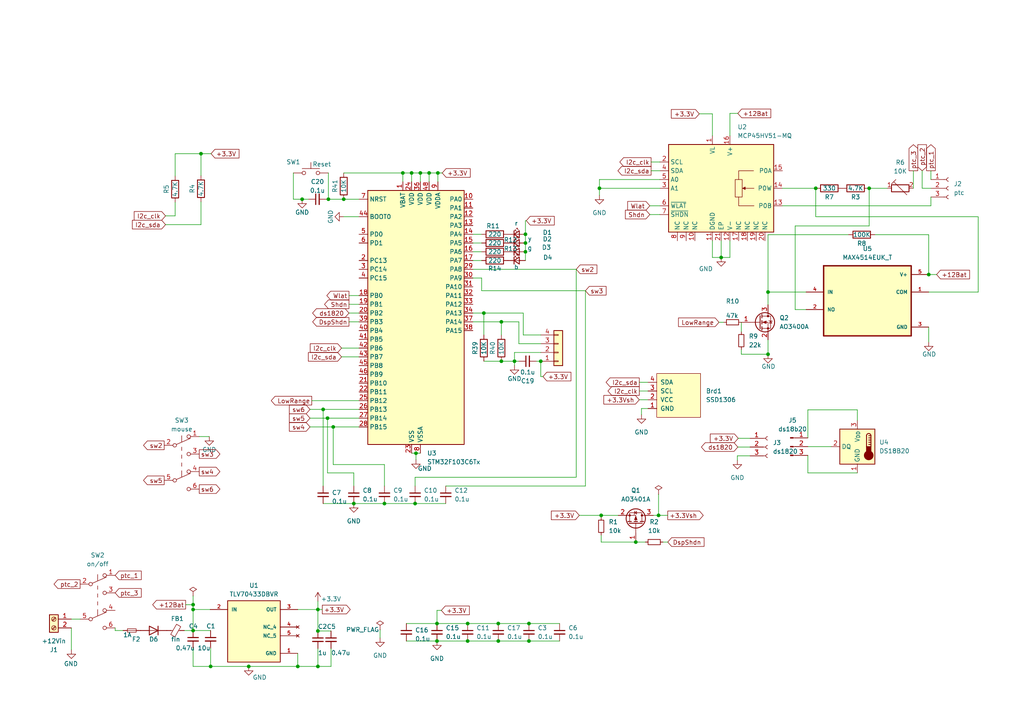
<source format=kicad_sch>
(kicad_sch (version 20230121) (generator eeschema)
  (paper "A4")
  (lib_symbols
    (symbol "Connector:Conn_01x03_Pin" (pin_names (offset 1.016) hide)
      (property "Reference" "J" (at 0 5.08 0))
      (property "Value" "Conn_01x03_Pin" (at 0 -5.08 0))
      (symbol "Conn_01x03_Pin_1_1"
        (pin passive line (at 5.08 2.54 180) (length 3.81) (name "Pin_1") (number "1"))
        (pin passive line (at 5.08 0 180) (length 3.81) (name "Pin_2") (number "2"))
        (pin passive line (at 5.08 -2.54 180) (length 3.81) (name "Pin_3") (number "3"))
      )
    )
    (symbol "Connector:Conn_01x03_Socket" (pin_names (offset 1.016) hide)
      (property "Reference" "J" (at 0 5.08 0))
      (property "Value" "Conn_01x03_Socket" (at 0 -5.08 0))
      (symbol "Conn_01x03_Socket_1_1"
        (pin passive line (at -5.08 2.54 0) (length 3.81) (name "Pin_1") (number "1"))
        (pin passive line (at -5.08 0 0) (length 3.81) (name "Pin_2") (number "2"))
        (pin passive line (at -5.08 -2.54 0) (length 3.81) (name "Pin_3") (number "3"))
      )
    )
    (symbol "Connector:Screw_Terminal_01x02" (pin_names (offset 1.016) hide)
      (property "Reference" "J" (at 0 2.54 0))
      (property "Value" "Screw_Terminal_01x02" (at 0 -5.08 0))
      (symbol "Screw_Terminal_01x02_1_1"
        (pin passive line (at -5.08 0 0) (length 3.81) (name "Pin_1") (number "1"))
        (pin passive line (at -5.08 -2.54 0) (length 3.81) (name "Pin_2") (number "2"))
      )
    )
    (symbol "Connector_Generic:Conn_01x04" (pin_names (offset 1.016) hide)
      (property "Reference" "J" (at 0 5.08 0))
      (property "Value" "Conn_01x04" (at 0 -7.62 0))
      (symbol "Conn_01x04_1_1"
        (pin passive line (at -5.08 2.54 0) (length 3.81) (name "Pin_1") (number "1"))
        (pin passive line (at -5.08 0 0) (length 3.81) (name "Pin_2") (number "2"))
        (pin passive line (at -5.08 -2.54 0) (length 3.81) (name "Pin_3") (number "3"))
        (pin passive line (at -5.08 -5.08 0) (length 3.81) (name "Pin_4") (number "4"))
      )
    )
    (symbol "Device:C_Small" (pin_numbers hide) (pin_names (offset 0.254) hide)
      (property "Reference" "C" (at 0.254 1.778 0))
      (property "Value" "C_Small" (at 0.254 -2.032 0))
      (symbol "C_Small_1_1"
        (pin passive line (at 0 2.54 270) (length 2.032) (name "~") (number "1"))
        (pin passive line (at 0 -2.54 90) (length 2.032) (name "~") (number "2"))
      )
    )
    (symbol "Device:FerriteBead_Small" (pin_numbers hide) (pin_names (offset 0))
      (property "Reference" "FB" (at 1.905 1.27 0))
      (property "Value" "FerriteBead_Small" (at 1.905 -1.27 0))
      (symbol "FerriteBead_Small_1_1"
        (pin passive line (at 0 2.54 270) (length 1.27) (name "~") (number "1"))
        (pin passive line (at 0 -2.54 90) (length 1.27) (name "~") (number "2"))
      )
    )
    (symbol "Device:Fuse_Small" (pin_numbers hide) (pin_names (offset 0.254) hide)
      (property "Reference" "F" (at 0 -1.524 0))
      (property "Value" "Fuse_Small" (at 0 1.524 0))
      (symbol "Fuse_Small_1_1"
        (pin passive line (at -2.54 0 0) (length 1.27) (name "~") (number "1"))
        (pin passive line (at 2.54 0 180) (length 1.27) (name "~") (number "2"))
      )
    )
    (symbol "Device:LED_Small" (pin_numbers hide) (pin_names (offset 0.254) hide)
      (property "Reference" "D" (at -1.27 3.175 0))
      (property "Value" "LED_Small" (at -4.445 -2.54 0))
      (symbol "LED_Small_1_1"
        (pin passive line (at -2.54 0 0) (length 1.778) (name "K") (number "1"))
        (pin passive line (at 2.54 0 180) (length 1.778) (name "A") (number "2"))
      )
    )
    (symbol "Device:R" (pin_numbers hide) (pin_names (offset 0))
      (property "Reference" "R" (at 2.032 0 90))
      (property "Value" "R" (at 0 0 90))
      (symbol "R_1_1"
        (pin passive line (at 0 3.81 270) (length 1.27) (name "~") (number "1"))
        (pin passive line (at 0 -3.81 90) (length 1.27) (name "~") (number "2"))
      )
    )
    (symbol "Device:R_Small" (pin_numbers hide) (pin_names (offset 0.254) hide)
      (property "Reference" "R" (at 0.762 0.508 0))
      (property "Value" "R_Small" (at 0.762 -1.016 0))
      (symbol "R_Small_1_1"
        (pin passive line (at 0 2.54 270) (length 0.762) (name "~") (number "1"))
        (pin passive line (at 0 -2.54 90) (length 0.762) (name "~") (number "2"))
      )
    )
    (symbol "Device:R_Trim" (pin_names (offset 0))
      (property "Reference" "R" (at 2.54 -2.54 90))
      (property "Value" "R_Trim" (at -2.54 -0.635 90))
      (symbol "R_Trim_1_1"
        (pin passive line (at 0 3.81 270) (length 1.27) (name "~") (number "1"))
        (pin passive line (at 0 -3.81 90) (length 1.27) (name "~") (number "2"))
      )
    )
    (symbol "Diode:1N4448W" (pin_numbers hide) (pin_names hide)
      (property "Reference" "D" (at 0 2.54 0))
      (property "Value" "1N4448W" (at 0 -2.54 0))
      (symbol "1N4448W_1_1"
        (pin passive line (at -3.81 0 0) (length 2.54) (name "K") (number "1"))
        (pin passive line (at 3.81 0 180) (length 2.54) (name "A") (number "2"))
      )
    )
    (symbol "MCU_ST_STM32F1:STM32F103C6Tx"
      (property "Reference" "U" (at -12.7 39.37 0))
      (property "Value" "STM32F103C6Tx" (at 10.16 39.37 0))
      (symbol "STM32F103C6Tx_1_1"
        (pin power_in line (at -2.54 40.64 270) (length 2.54) (name "VBAT") (number "1"))
        (pin bidirectional line (at 17.78 35.56 180) (length 2.54) (name "PA0") (number "10"))
        (pin bidirectional line (at 17.78 33.02 180) (length 2.54) (name "PA1") (number "11"))
        (pin bidirectional line (at 17.78 30.48 180) (length 2.54) (name "PA2") (number "12"))
        (pin bidirectional line (at 17.78 27.94 180) (length 2.54) (name "PA3") (number "13"))
        (pin bidirectional line (at 17.78 25.4 180) (length 2.54) (name "PA4") (number "14"))
        (pin bidirectional line (at 17.78 22.86 180) (length 2.54) (name "PA5") (number "15"))
        (pin bidirectional line (at 17.78 20.32 180) (length 2.54) (name "PA6") (number "16"))
        (pin bidirectional line (at 17.78 17.78 180) (length 2.54) (name "PA7") (number "17"))
        (pin bidirectional line (at -15.24 7.62 0) (length 2.54) (name "PB0") (number "18"))
        (pin bidirectional line (at -15.24 5.08 0) (length 2.54) (name "PB1") (number "19"))
        (pin bidirectional line (at -15.24 17.78 0) (length 2.54) (name "PC13") (number "2"))
        (pin bidirectional line (at -15.24 2.54 0) (length 2.54) (name "PB2") (number "20"))
        (pin bidirectional line (at -15.24 -17.78 0) (length 2.54) (name "PB10") (number "21"))
        (pin bidirectional line (at -15.24 -20.32 0) (length 2.54) (name "PB11") (number "22"))
        (pin power_in line (at 0 -38.1 90) (length 2.54) (name "VSS") (number "23"))
        (pin power_in line (at 0 40.64 270) (length 2.54) (name "VDD") (number "24"))
        (pin bidirectional line (at -15.24 -22.86 0) (length 2.54) (name "PB12") (number "25"))
        (pin bidirectional line (at -15.24 -25.4 0) (length 2.54) (name "PB13") (number "26"))
        (pin bidirectional line (at -15.24 -27.94 0) (length 2.54) (name "PB14") (number "27"))
        (pin bidirectional line (at -15.24 -30.48 0) (length 2.54) (name "PB15") (number "28"))
        (pin bidirectional line (at 17.78 15.24 180) (length 2.54) (name "PA8") (number "29"))
        (pin bidirectional line (at -15.24 15.24 0) (length 2.54) (name "PC14") (number "3"))
        (pin bidirectional line (at 17.78 12.7 180) (length 2.54) (name "PA9") (number "30"))
        (pin bidirectional line (at 17.78 10.16 180) (length 2.54) (name "PA10") (number "31"))
        (pin bidirectional line (at 17.78 7.62 180) (length 2.54) (name "PA11") (number "32"))
        (pin bidirectional line (at 17.78 5.08 180) (length 2.54) (name "PA12") (number "33"))
        (pin bidirectional line (at 17.78 2.54 180) (length 2.54) (name "PA13") (number "34"))
        (pin passive line (at 0 -38.1 90) (length 2.54) hide (name "VSS") (number "35"))
        (pin power_in line (at 2.54 40.64 270) (length 2.54) (name "VDD") (number "36"))
        (pin bidirectional line (at 17.78 0 180) (length 2.54) (name "PA14") (number "37"))
        (pin bidirectional line (at 17.78 -2.54 180) (length 2.54) (name "PA15") (number "38"))
        (pin bidirectional line (at -15.24 0 0) (length 2.54) (name "PB3") (number "39"))
        (pin bidirectional line (at -15.24 12.7 0) (length 2.54) (name "PC15") (number "4"))
        (pin bidirectional line (at -15.24 -2.54 0) (length 2.54) (name "PB4") (number "40"))
        (pin bidirectional line (at -15.24 -5.08 0) (length 2.54) (name "PB5") (number "41"))
        (pin bidirectional line (at -15.24 -7.62 0) (length 2.54) (name "PB6") (number "42"))
        (pin bidirectional line (at -15.24 -10.16 0) (length 2.54) (name "PB7") (number "43"))
        (pin input line (at -15.24 30.48 0) (length 2.54) (name "BOOT0") (number "44"))
        (pin bidirectional line (at -15.24 -12.7 0) (length 2.54) (name "PB8") (number "45"))
        (pin bidirectional line (at -15.24 -15.24 0) (length 2.54) (name "PB9") (number "46"))
        (pin passive line (at 0 -38.1 90) (length 2.54) hide (name "VSS") (number "47"))
        (pin power_in line (at 5.08 40.64 270) (length 2.54) (name "VDD") (number "48"))
        (pin bidirectional line (at -15.24 25.4 0) (length 2.54) (name "PD0") (number "5"))
        (pin bidirectional line (at -15.24 22.86 0) (length 2.54) (name "PD1") (number "6"))
        (pin input line (at -15.24 35.56 0) (length 2.54) (name "NRST") (number "7"))
        (pin power_in line (at 2.54 -38.1 90) (length 2.54) (name "VSSA") (number "8"))
        (pin power_in line (at 7.62 40.64 270) (length 2.54) (name "VDDA") (number "9"))
      )
    )
    (symbol "Potentiometer_Digital:MCP45HV51-MQ"
      (property "Reference" "U" (at -13.97 13.97 0))
      (property "Value" "MCP45HV51-MQ" (at 11.43 13.97 0))
      (symbol "MCP45HV51-MQ_1_1"
        (pin power_in line (at -2.54 15.24 270) (length 2.54) (name "VL") (number "1"))
        (pin passive line (at -7.62 -15.24 90) (length 2.54) (name "NC") (number "10"))
        (pin power_in line (at -2.54 -15.24 90) (length 2.54) (name "DGND") (number "11"))
        (pin power_in line (at 2.54 -15.24 90) (length 2.54) (name "V-") (number "12"))
        (pin passive line (at 17.78 -5.08 180) (length 2.54) (name "P0B") (number "13"))
        (pin passive line (at 17.78 0 180) (length 2.54) (name "P0W") (number "14"))
        (pin passive line (at 17.78 5.08 180) (length 2.54) (name "P0A") (number "15"))
        (pin power_in line (at 2.54 15.24 270) (length 2.54) (name "V+") (number "16"))
        (pin passive line (at 5.08 -15.24 90) (length 2.54) (name "NC") (number "17"))
        (pin passive line (at 7.62 -15.24 90) (length 2.54) (name "NC") (number "18"))
        (pin passive line (at 10.16 -15.24 90) (length 2.54) (name "NC") (number "19"))
        (pin input line (at -17.78 7.62 0) (length 2.54) (name "SCL") (number "2"))
        (pin passive line (at 12.7 -15.24 90) (length 2.54) (name "NC") (number "20"))
        (pin power_in line (at 0 -15.24 90) (length 2.54) (name "EP") (number "21"))
        (pin input line (at -17.78 0 0) (length 2.54) (name "A1") (number "3"))
        (pin bidirectional line (at -17.78 5.08 0) (length 2.54) (name "SDA") (number "4"))
        (pin input line (at -17.78 2.54 0) (length 2.54) (name "A0") (number "5"))
        (pin input line (at -17.78 -5.08 0) (length 2.54) (name "~{WLAT}") (number "6"))
        (pin input line (at -17.78 -7.62 0) (length 2.54) (name "~{SHDN}") (number "7"))
        (pin passive line (at -12.7 -15.24 90) (length 2.54) (name "NC") (number "8"))
        (pin passive line (at -10.16 -15.24 90) (length 2.54) (name "NC") (number "9"))
      )
    )
    (symbol "SSD1306-128x64_OLED:SSD1306" (pin_names (offset 1.016))
      (property "Reference" "Brd" (at 0 -3.81 0))
      (property "Value" "SSD1306" (at 0 -1.27 0))
      (symbol "SSD1306_1_1"
        (pin input line (at -3.81 8.89 270) (length 2.54) (name "GND") (number "1"))
        (pin input line (at -1.27 8.89 270) (length 2.54) (name "VCC") (number "2"))
        (pin input line (at 1.27 8.89 270) (length 2.54) (name "SCL") (number "3"))
        (pin input line (at 3.81 8.89 270) (length 2.54) (name "SDA") (number "4"))
      )
    )
    (symbol "Sensor_Temperature:DS18B20"
      (property "Reference" "U" (at -3.81 6.35 0))
      (property "Value" "DS18B20" (at 6.35 6.35 0))
      (symbol "DS18B20_1_1"
        (pin power_in line (at 0 -7.62 90) (length 2.54) (name "GND") (number "1"))
        (pin bidirectional line (at 7.62 0 180) (length 2.54) (name "DQ") (number "2"))
        (pin power_in line (at 0 7.62 270) (length 2.54) (name "V_{DD}") (number "3"))
      )
    )
    (symbol "Switch:SW_Push" (pin_numbers hide) (pin_names (offset 1.016) hide)
      (property "Reference" "SW" (at 1.27 2.54 0))
      (property "Value" "SW_Push" (at 0 -1.524 0))
      (symbol "SW_Push_0_1"
        (pin passive line (at -5.08 0 0) (length 2.54) (name "1") (number "1"))
        (pin passive line (at 5.08 0 180) (length 2.54) (name "2") (number "2"))
      )
    )
    (symbol "Switch:SW_Push_DPDT" (pin_names (offset 0) hide)
      (property "Reference" "SW" (at 0 8.89 0))
      (property "Value" "SW_Push_DPDT" (at 0 -10.16 0))
      (symbol "SW_Push_DPDT_1_1"
        (pin passive line (at 5.08 7.62 180) (length 2.54) (name "A") (number "1"))
        (pin passive line (at -5.08 5.08 0) (length 2.54) (name "B") (number "2"))
        (pin passive line (at 5.08 2.54 180) (length 2.54) (name "C") (number "3"))
        (pin passive line (at 5.08 -2.54 180) (length 2.54) (name "A") (number "4"))
        (pin passive line (at -5.08 -5.08 0) (length 2.54) (name "B") (number "5"))
        (pin passive line (at 5.08 -7.62 180) (length 2.54) (name "C") (number "6"))
      )
    )
    (symbol "TLV70433DBVR:TLV70433DBVR" (pin_names (offset 1.016))
      (property "Reference" "U" (at -7.62 8.62 0))
      (property "Value" "TLV70433DBVR" (at -7.62 -14.16 0))
      (symbol "TLV70433DBVR_0_0"
        (pin power_in line (at 12.7 -7.62 180) (length 5.08) (name "GND") (number "1"))
        (pin input line (at -12.7 5.08 0) (length 5.08) (name "IN") (number "2"))
        (pin output line (at 12.7 5.08 180) (length 5.08) (name "OUT") (number "3"))
        (pin no_connect line (at 12.7 0 180) (length 5.08) (name "NC_4") (number "4"))
        (pin no_connect line (at 12.7 -2.54 180) (length 5.08) (name "NC_5") (number "5"))
      )
    )
    (symbol "Transistor_FET:AO3400A" (pin_names hide)
      (property "Reference" "Q" (at 5.08 1.905 0))
      (property "Value" "AO3400A" (at 5.08 0 0))
      (symbol "AO3400A_1_1"
        (pin input line (at -5.08 0 0) (length 2.54) (name "G") (number "1"))
        (pin passive line (at 2.54 -5.08 90) (length 2.54) (name "S") (number "2"))
        (pin passive line (at 2.54 5.08 270) (length 2.54) (name "D") (number "3"))
      )
    )
    (symbol "Transistor_FET:AO3401A" (pin_names hide)
      (property "Reference" "Q" (at 5.08 1.905 0))
      (property "Value" "AO3401A" (at 5.08 0 0))
      (symbol "AO3401A_1_1"
        (pin input line (at -5.08 0 0) (length 2.54) (name "G") (number "1"))
        (pin passive line (at 2.54 -5.08 90) (length 2.54) (name "S") (number "2"))
        (pin passive line (at 2.54 5.08 270) (length 2.54) (name "D") (number "3"))
      )
    )
    (symbol "my_library:MAX4514EUK_T" (pin_names (offset 1.016))
      (property "Reference" "U" (at -12.7 11.16 0))
      (property "Value" "MAX4514EUK_T" (at -12.7 -14.16 0))
      (symbol "MAX4514EUK_T_0_0"
        (pin output line (at 17.78 2.54 180) (length 5.08) (name "COM") (number "1"))
        (pin bidirectional line (at -17.78 -2.54 0) (length 5.08) (name "NO") (number "2"))
        (pin power_in line (at 17.78 -7.62 180) (length 5.08) (name "GND") (number "3"))
        (pin input line (at -17.78 2.54 0) (length 5.08) (name "IN") (number "4"))
        (pin power_in line (at 17.78 7.62 180) (length 5.08) (name "V+") (number "5"))
      )
    )
    (symbol "power:+3.3V" (power) (pin_names (offset 0))
      (property "Value" "+3.3V" (at 0 3.556 0))
      (symbol "+3.3V_1_1"
        (pin power_in line (at 0 0 90) (length 0) hide (name "+3.3V") (number "1"))
      )
    )
    (symbol "power:GND" (power) (pin_names (offset 0))
      (property "Value" "GND" (at 0 -3.81 0))
      (symbol "GND_1_1"
        (pin power_in line (at 0 0 270) (length 0) hide (name "GND") (number "1"))
      )
    )
    (symbol "power:PWR_FLAG" (power) (pin_numbers hide) (pin_names (offset 0) hide)
      (property "Value" "PWR_FLAG" (at 0 3.81 0))
      (symbol "PWR_FLAG_0_0"
        (pin power_out line (at 0 0 90) (length 0) (name "pwr") (number "1"))
      )
    )
  )
  (junction (at 236.601 54.61))
  (junction (at 173.863 54.61))
  (junction (at 124.46 50.165))
  (junction (at 58.293 44.577))
  (junction (at 111.506 146.05))
  (junction (at 56.007 182.88))
  (junction (at 94.996 121.285))
  (junction (at 95.25 57.785))
  (junction (at 156.845 104.775))
  (junction (at 56.007 176.784))
  (junction (at 252.095 54.61))
  (junction (at 56.007 175.387))
  (junction (at 209.169 74.676))
  (junction (at 102.616 146.05))
  (junction (at 119.38 50.165))
  (junction (at 152.4 73.025))
  (junction (at 72.136 193.294))
  (junction (at 152.4 67.945))
  (junction (at 184.404 157.226))
  (junction (at 140.335 90.805))
  (junction (at 174.371 149.479))
  (junction (at 92.202 193.294))
  (junction (at 99.695 57.785))
  (junction (at 222.758 102.743))
  (junction (at 86.36 193.294))
  (junction (at 92.202 176.784))
  (junction (at 93.726 118.745))
  (junction (at 96.647 123.825))
  (junction (at 127 50.165))
  (junction (at 116.84 50.165))
  (junction (at 145.415 93.345))
  (junction (at 191.008 149.479))
  (junction (at 153.416 185.928))
  (junction (at 144.526 180.848))
  (junction (at 92.202 183.007))
  (junction (at 144.526 185.928))
  (junction (at 149.225 104.775))
  (junction (at 269.367 79.629))
  (junction (at 120.65 131.445))
  (junction (at 126.746 185.928))
  (junction (at 145.415 104.775))
  (junction (at 152.4 70.485))
  (junction (at 120.396 146.05))
  (junction (at 222.758 84.709))
  (junction (at 61.087 193.294))
  (junction (at 135.636 185.928))
  (junction (at 126.746 180.848))
  (junction (at 87.63 57.785))
  (junction (at 153.416 180.848))
  (junction (at 135.636 180.848))
  (junction (at 121.92 50.165))
  (wire (pts (xy 169.799 140.97) (xy 169.799 84.328)))
  (wire (pts (xy 95.25 57.785) (xy 99.695 57.785)))
  (wire (pts (xy 222.758 84.709) (xy 233.807 84.709)))
  (wire (pts (xy 215.011 93.472) (xy 215.011 96.266)))
  (wire (pts (xy 111.506 134.747) (xy 96.647 134.747)))
  (wire (pts (xy 117.856 180.848) (xy 126.746 180.848)))
  (wire (pts (xy 119.38 50.165) (xy 121.92 50.165)))
  (wire (pts (xy 189.484 149.479) (xy 191.008 149.479)))
  (wire (pts (xy 89.916 118.745) (xy 93.726 118.745)))
  (wire (pts (xy 206.629 33.02) (xy 206.629 39.37)))
  (wire (pts (xy 202.819 33.02) (xy 206.629 33.02)))
  (wire (pts (xy 129.286 140.97) (xy 169.799 140.97)))
  (wire (pts (xy 101.219 93.345) (xy 104.14 93.345)))
  (wire (pts (xy 209.931 93.472) (xy 208.534 93.472)))
  (wire (pts (xy 144.526 185.928) (xy 153.416 185.928)))
  (wire (pts (xy 35.687 182.88) (xy 33.401 182.88)))
  (wire (pts (xy 153.416 185.928) (xy 162.306 185.928)))
  (wire (pts (xy 234.315 137.16) (xy 234.315 132.08)))
  (wire (pts (xy 85.09 50.165) (xy 85.09 57.785)))
  (wire (pts (xy 191.008 143.383) (xy 191.008 149.479)))
  (wire (pts (xy 152.4 64.008) (xy 152.654 64.008)))
  (wire (pts (xy 226.949 54.61) (xy 236.601 54.61)))
  (wire (pts (xy 53.467 182.88) (xy 56.007 182.88)))
  (wire (pts (xy 121.92 50.165) (xy 124.46 50.165)))
  (wire (pts (xy 269.367 94.869) (xy 269.367 99.187)))
  (wire (pts (xy 121.92 50.165) (xy 121.92 52.705)))
  (wire (pts (xy 173.863 54.61) (xy 173.863 56.642)))
  (wire (pts (xy 95.25 50.165) (xy 95.25 57.785)))
  (wire (pts (xy 139.7 84.328) (xy 139.7 80.645)))
  (wire (pts (xy 99.695 57.785) (xy 104.14 57.785)))
  (wire (pts (xy 61.087 193.294) (xy 56.007 193.294)))
  (wire (pts (xy 92.202 193.294) (xy 96.012 193.294)))
  (wire (pts (xy 61.214 44.577) (xy 58.293 44.577)))
  (wire (pts (xy 145.415 93.345) (xy 150.495 93.345)))
  (wire (pts (xy 145.415 93.345) (xy 145.415 97.155)))
  (wire (pts (xy 137.16 93.345) (xy 145.415 93.345)))
  (wire (pts (xy 135.636 180.848) (xy 144.526 180.848)))
  (wire (pts (xy 149.225 104.775) (xy 149.225 106.045)))
  (wire (pts (xy 184.404 157.226) (xy 187.198 157.226)))
  (wire (pts (xy 248.666 118.872) (xy 234.315 118.872)))
  (wire (pts (xy 167.132 78.105) (xy 167.132 138.43)))
  (wire (pts (xy 56.007 187.96) (xy 56.007 193.294)))
  (wire (pts (xy 126.746 185.928) (xy 135.636 185.928)))
  (wire (pts (xy 211.709 74.676) (xy 209.169 74.676)))
  (wire (pts (xy 213.995 129.667) (xy 217.551 129.667)))
  (wire (pts (xy 120.396 140.97) (xy 120.396 138.43)))
  (wire (pts (xy 173.863 52.07) (xy 173.863 54.61)))
  (wire (pts (xy 120.396 146.05) (xy 129.286 146.05)))
  (wire (pts (xy 152.4 67.945) (xy 152.4 64.008)))
  (wire (pts (xy 156.845 99.695) (xy 150.495 99.695)))
  (wire (pts (xy 87.63 57.785) (xy 89.535 57.785)))
  (wire (pts (xy 155.575 104.775) (xy 156.845 104.775)))
  (wire (pts (xy 53.848 175.387) (xy 56.007 175.387)))
  (wire (pts (xy 20.701 182.118) (xy 20.701 188.468)))
  (wire (pts (xy 48.006 62.611) (xy 50.8 62.611)))
  (wire (pts (xy 137.16 80.645) (xy 139.7 80.645)))
  (wire (pts (xy 56.007 176.784) (xy 56.007 182.88)))
  (wire (pts (xy 93.726 118.745) (xy 104.14 118.745)))
  (wire (pts (xy 206.629 74.676) (xy 209.169 74.676)))
  (wire (pts (xy 120.65 131.445) (xy 120.65 133.35)))
  (wire (pts (xy 126.746 177.038) (xy 126.746 180.848)))
  (wire (pts (xy 72.136 193.294) (xy 86.36 193.294)))
  (wire (pts (xy 186.055 118.491) (xy 186.055 120.269)))
  (wire (pts (xy 137.16 90.805) (xy 140.335 90.805)))
  (wire (pts (xy 156.845 109.22) (xy 157.48 109.22)))
  (wire (pts (xy 252.095 54.61) (xy 257.302 54.61)))
  (wire (pts (xy 92.202 188.087) (xy 92.202 193.294)))
  (wire (pts (xy 151.765 97.155) (xy 156.845 97.155)))
  (wire (pts (xy 211.709 32.893) (xy 213.995 32.893)))
  (wire (pts (xy 126.746 180.848) (xy 135.636 180.848)))
  (wire (pts (xy 119.38 52.705) (xy 119.38 50.165)))
  (wire (pts (xy 137.16 75.565) (xy 139.7 75.565)))
  (wire (pts (xy 137.16 70.485) (xy 139.7 70.485)))
  (wire (pts (xy 187.96 118.491) (xy 186.055 118.491)))
  (wire (pts (xy 174.371 149.479) (xy 174.371 150.114)))
  (wire (pts (xy 150.495 99.695) (xy 150.495 93.345)))
  (wire (pts (xy 120.65 131.445) (xy 121.92 131.445)))
  (wire (pts (xy 252.095 54.61) (xy 252.095 65.532)))
  (wire (pts (xy 61.087 187.96) (xy 61.087 193.294)))
  (wire (pts (xy 222.758 68.072) (xy 222.758 84.709)))
  (wire (pts (xy 140.335 90.805) (xy 151.765 90.805)))
  (wire (pts (xy 270.002 57.15) (xy 270.002 59.69)))
  (wire (pts (xy 246.126 68.072) (xy 222.758 68.072)))
  (wire (pts (xy 140.335 90.805) (xy 140.335 97.155)))
  (wire (pts (xy 174.371 157.226) (xy 184.404 157.226)))
  (wire (pts (xy 270.002 49.53) (xy 270.002 52.07)))
  (wire (pts (xy 167.132 138.43) (xy 120.396 138.43)))
  (wire (pts (xy 251.968 54.61) (xy 252.095 54.61)))
  (wire (pts (xy 192.278 157.226) (xy 193.675 157.226)))
  (wire (pts (xy 236.601 54.61) (xy 236.728 54.61)))
  (wire (pts (xy 283.718 62.865) (xy 283.718 84.709)))
  (wire (pts (xy 20.701 179.578) (xy 23.241 179.578)))
  (wire (pts (xy 184.404 157.099) (xy 184.404 157.226)))
  (wire (pts (xy 269.367 84.709) (xy 283.718 84.709)))
  (wire (pts (xy 58.293 65.151) (xy 58.293 58.547)))
  (wire (pts (xy 101.219 85.725) (xy 104.14 85.725)))
  (wire (pts (xy 50.8 44.577) (xy 50.8 51.054)))
  (wire (pts (xy 145.415 104.775) (xy 149.225 104.775)))
  (wire (pts (xy 191.389 54.61) (xy 173.863 54.61)))
  (wire (pts (xy 215.011 101.346) (xy 215.011 102.743)))
  (wire (pts (xy 128.016 177.038) (xy 126.746 177.038)))
  (wire (pts (xy 101.219 88.265) (xy 104.14 88.265)))
  (wire (pts (xy 102.616 137.16) (xy 102.616 140.97)))
  (wire (pts (xy 117.856 185.928) (xy 126.746 185.928)))
  (wire (pts (xy 50.8 58.674) (xy 50.8 62.611)))
  (wire (pts (xy 188.468 59.69) (xy 191.389 59.69)))
  (wire (pts (xy 56.007 175.387) (xy 56.007 176.784)))
  (wire (pts (xy 185.42 115.951) (xy 187.96 115.951)))
  (wire (pts (xy 111.506 140.97) (xy 111.506 134.747)))
  (wire (pts (xy 222.758 98.552) (xy 222.758 102.743)))
  (wire (pts (xy 188.849 49.53) (xy 191.389 49.53)))
  (wire (pts (xy 89.916 123.825) (xy 96.647 123.825)))
  (wire (pts (xy 248.666 137.16) (xy 234.315 137.16)))
  (wire (pts (xy 156.845 104.775) (xy 156.845 109.22)))
  (wire (pts (xy 111.506 146.05) (xy 120.396 146.05)))
  (wire (pts (xy 267.462 49.53) (xy 267.462 54.61)))
  (wire (pts (xy 94.615 57.785) (xy 95.25 57.785)))
  (wire (pts (xy 137.16 73.025) (xy 139.7 73.025)))
  (wire (pts (xy 144.526 180.848) (xy 153.416 180.848)))
  (wire (pts (xy 56.007 182.88) (xy 61.087 182.88)))
  (wire (pts (xy 140.335 104.775) (xy 145.415 104.775)))
  (wire (pts (xy 92.202 176.784) (xy 92.202 183.007)))
  (wire (pts (xy 151.765 90.805) (xy 151.765 97.155)))
  (wire (pts (xy 110.236 182.626) (xy 110.236 185.039)))
  (wire (pts (xy 253.746 68.072) (xy 269.367 68.072)))
  (wire (pts (xy 185.42 110.871) (xy 187.96 110.871)))
  (wire (pts (xy 96.647 123.825) (xy 104.14 123.825)))
  (wire (pts (xy 50.8 44.577) (xy 58.293 44.577)))
  (wire (pts (xy 104.14 62.865) (xy 99.695 62.865)))
  (wire (pts (xy 89.916 121.285) (xy 94.996 121.285)))
  (wire (pts (xy 96.012 188.087) (xy 96.012 193.294)))
  (wire (pts (xy 264.922 49.53) (xy 264.922 54.61)))
  (wire (pts (xy 211.709 69.85) (xy 211.709 74.676)))
  (wire (pts (xy 137.16 78.105) (xy 167.132 78.105)))
  (wire (pts (xy 119.38 131.445) (xy 120.65 131.445)))
  (wire (pts (xy 94.996 121.285) (xy 104.14 121.285)))
  (wire (pts (xy 61.087 193.294) (xy 72.136 193.294)))
  (wire (pts (xy 94.996 121.285) (xy 94.996 137.16)))
  (wire (pts (xy 93.726 146.05) (xy 102.616 146.05)))
  (wire (pts (xy 90.424 116.205) (xy 104.14 116.205)))
  (wire (pts (xy 96.647 134.747) (xy 96.647 123.825)))
  (wire (pts (xy 236.601 54.61) (xy 236.601 62.865)))
  (wire (pts (xy 92.202 176.784) (xy 93.472 176.784)))
  (wire (pts (xy 174.371 155.194) (xy 174.371 157.226)))
  (wire (pts (xy 153.416 180.848) (xy 162.306 180.848)))
  (wire (pts (xy 93.726 118.745) (xy 93.726 140.97)))
  (wire (pts (xy 57.785 126.619) (xy 60.706 126.619)))
  (wire (pts (xy 99.06 103.505) (xy 104.14 103.505)))
  (wire (pts (xy 188.468 62.23) (xy 191.389 62.23)))
  (wire (pts (xy 99.06 100.965) (xy 104.14 100.965)))
  (wire (pts (xy 86.36 189.484) (xy 86.36 193.294)))
  (wire (pts (xy 252.095 65.532) (xy 230.632 65.532)))
  (wire (pts (xy 116.84 50.165) (xy 116.84 52.705)))
  (wire (pts (xy 86.36 193.294) (xy 92.202 193.294)))
  (wire (pts (xy 127 50.165) (xy 127 52.705)))
  (wire (pts (xy 233.807 89.789) (xy 230.632 89.789)))
  (wire (pts (xy 214.122 127.127) (xy 217.551 127.127)))
  (wire (pts (xy 92.202 183.007) (xy 96.012 183.007)))
  (wire (pts (xy 269.367 68.072) (xy 269.367 79.629)))
  (wire (pts (xy 191.389 52.07) (xy 173.863 52.07)))
  (wire (pts (xy 226.949 59.69) (xy 270.002 59.69)))
  (wire (pts (xy 230.632 65.532) (xy 230.632 89.789)))
  (wire (pts (xy 149.225 102.235) (xy 149.225 104.775)))
  (wire (pts (xy 85.09 57.785) (xy 87.63 57.785)))
  (wire (pts (xy 101.219 90.805) (xy 104.14 90.805)))
  (wire (pts (xy 102.616 137.16) (xy 94.996 137.16)))
  (wire (pts (xy 206.629 74.676) (xy 206.629 69.85)))
  (wire (pts (xy 127 50.165) (xy 128.27 50.165)))
  (wire (pts (xy 48.006 65.151) (xy 58.293 65.151)))
  (wire (pts (xy 185.42 113.411) (xy 187.96 113.411)))
  (wire (pts (xy 169.799 84.328) (xy 139.7 84.328)))
  (wire (pts (xy 152.4 73.025) (xy 152.4 70.485)))
  (wire (pts (xy 222.758 88.392) (xy 222.758 84.709)))
  (wire (pts (xy 209.169 69.85) (xy 209.169 74.676)))
  (wire (pts (xy 102.616 146.05) (xy 111.506 146.05)))
  (wire (pts (xy 124.46 50.165) (xy 124.46 52.705)))
  (wire (pts (xy 149.225 104.775) (xy 150.495 104.775)))
  (wire (pts (xy 152.4 75.565) (xy 152.4 73.025)))
  (wire (pts (xy 211.709 39.37) (xy 211.709 32.893)))
  (wire (pts (xy 156.845 102.235) (xy 149.225 102.235)))
  (wire (pts (xy 236.601 62.865) (xy 283.718 62.865)))
  (wire (pts (xy 269.367 79.629) (xy 271.653 79.629)))
  (wire (pts (xy 86.36 176.784) (xy 92.202 176.784)))
  (wire (pts (xy 135.636 185.928) (xy 144.526 185.928)))
  (wire (pts (xy 215.138 93.472) (xy 215.011 93.472)))
  (wire (pts (xy 137.16 67.945) (xy 139.7 67.945)))
  (wire (pts (xy 168.021 149.479) (xy 174.371 149.479)))
  (wire (pts (xy 234.315 118.872) (xy 234.315 127)))
  (wire (pts (xy 116.84 50.165) (xy 119.38 50.165)))
  (wire (pts (xy 99.695 50.165) (xy 116.84 50.165)))
  (wire (pts (xy 267.462 54.61) (xy 270.002 54.61)))
  (wire (pts (xy 234.315 129.54) (xy 241.046 129.54)))
  (wire (pts (xy 58.293 44.577) (xy 58.293 50.927)))
  (wire (pts (xy 179.324 149.479) (xy 174.371 149.479)))
  (wire (pts (xy 56.007 172.847) (xy 56.007 175.387)))
  (wire (pts (xy 124.46 50.165) (xy 127 50.165)))
  (wire (pts (xy 213.868 132.207) (xy 213.868 133.477)))
  (wire (pts (xy 248.666 121.92) (xy 248.666 118.872)))
  (wire (pts (xy 215.011 102.743) (xy 222.758 102.743)))
  (wire (pts (xy 92.202 174.371) (xy 92.202 176.784)))
  (wire (pts (xy 33.401 182.88) (xy 33.401 182.118)))
  (wire (pts (xy 56.007 176.784) (xy 60.96 176.784)))
  (wire (pts (xy 152.4 70.485) (xy 152.4 67.945)))
  (wire (pts (xy 191.008 149.479) (xy 193.675 149.479)))
  (wire (pts (xy 188.849 46.99) (xy 191.389 46.99)))
  (wire (pts (xy 217.551 132.207) (xy 213.868 132.207)))
  (global_label "sw4" (shape output) (at 57.785 136.779 0) (property "Intersheetrefs" "${INTERSHEET_REFS}" (effects hide)))
  (global_label "ds1820" (shape bidirectional) (at 101.219 90.805 180) (property "Intersheetrefs" "${INTERSHEET_REFS}" (effects hide)))
  (global_label "sw3" (shape input) (at 169.799 84.328 0) (property "Intersheetrefs" "${INTERSHEET_REFS}" (effects hide)))
  (global_label "ptc_1" (shape input) (at 33.401 166.878 0) (property "Intersheetrefs" "${INTERSHEET_REFS}" (effects hide)))
  (global_label "I2c_clk" (shape input) (at 48.006 62.611 180) (property "Intersheetrefs" "${INTERSHEET_REFS}" (effects hide)))
  (global_label "ptc_2" (shape output) (at 23.241 169.418 180) (property "Intersheetrefs" "${INTERSHEET_REFS}" (effects hide)))
  (global_label "DspShdn" (shape output) (at 101.219 93.345 180) (property "Intersheetrefs" "${INTERSHEET_REFS}" (effects hide)))
  (global_label "DspShdn" (shape input) (at 193.675 157.226 0) (property "Intersheetrefs" "${INTERSHEET_REFS}" (effects hide)))
  (global_label "ptc_3" (shape output) (at 264.922 49.53 90) (property "Intersheetrefs" "${INTERSHEET_REFS}" (effects hide)))
  (global_label "I2c_clk" (shape input) (at 99.06 100.965 180) (property "Intersheetrefs" "${INTERSHEET_REFS}" (effects hide)))
  (global_label "I2c_sda" (shape output) (at 185.42 110.871 180) (property "Intersheetrefs" "${INTERSHEET_REFS}" (effects hide)))
  (global_label "sw6" (shape output) (at 57.785 141.859 0) (property "Intersheetrefs" "${INTERSHEET_REFS}" (effects hide)))
  (global_label "sw5" (shape input) (at 89.916 121.285 180) (property "Intersheetrefs" "${INTERSHEET_REFS}" (effects hide)))
  (global_label "+3.3V" (shape input) (at 61.214 44.577 0) (property "Intersheetrefs" "${INTERSHEET_REFS}" (effects hide)))
  (global_label "sw2" (shape output) (at 47.625 129.159 180) (property "Intersheetrefs" "${INTERSHEET_REFS}" (effects hide)))
  (global_label "+3.3Vsh" (shape output) (at 193.675 149.479 0) (property "Intersheetrefs" "${INTERSHEET_REFS}" (effects hide)))
  (global_label "ptc_3" (shape input) (at 33.401 171.958 0) (property "Intersheetrefs" "${INTERSHEET_REFS}" (effects hide)))
  (global_label "+3.3V" (shape input) (at 214.122 127.127 180) (property "Intersheetrefs" "${INTERSHEET_REFS}" (effects hide)))
  (global_label "ptc_2" (shape input) (at 267.462 49.53 90) (property "Intersheetrefs" "${INTERSHEET_REFS}" (effects hide)))
  (global_label "+3.3V" (shape input) (at 152.654 64.008 0) (property "Intersheetrefs" "${INTERSHEET_REFS}" (effects hide)))
  (global_label "I2c_sda" (shape input) (at 48.006 65.151 180) (property "Intersheetrefs" "${INTERSHEET_REFS}" (effects hide)))
  (global_label "Shdn" (shape input) (at 188.468 62.23 180) (property "Intersheetrefs" "${INTERSHEET_REFS}" (effects hide)))
  (global_label "LowRange" (shape input) (at 208.534 93.472 180) (property "Intersheetrefs" "${INTERSHEET_REFS}" (effects hide)))
  (global_label "sw5" (shape output) (at 47.625 139.319 180) (property "Intersheetrefs" "${INTERSHEET_REFS}" (effects hide)))
  (global_label "I2c_clk" (shape output) (at 185.42 113.411 180) (property "Intersheetrefs" "${INTERSHEET_REFS}" (effects hide)))
  (global_label "+3.3V" (shape output) (at 93.472 176.784 0) (property "Intersheetrefs" "${INTERSHEET_REFS}" (effects hide)))
  (global_label "sw4" (shape input) (at 89.916 123.825 180) (property "Intersheetrefs" "${INTERSHEET_REFS}" (effects hide)))
  (global_label "+3.3V" (shape input) (at 202.819 33.02 180) (property "Intersheetrefs" "${INTERSHEET_REFS}" (effects hide)))
  (global_label "+12Bat" (shape input) (at 213.995 32.893 0) (property "Intersheetrefs" "${INTERSHEET_REFS}" (effects hide)))
  (global_label "+3.3V" (shape input) (at 128.016 177.038 0) (property "Intersheetrefs" "${INTERSHEET_REFS}" (effects hide)))
  (global_label "I2c_sda" (shape output) (at 188.849 49.53 180) (property "Intersheetrefs" "${INTERSHEET_REFS}" (effects hide)))
  (global_label "+12Bat" (shape input) (at 271.653 79.629 0) (property "Intersheetrefs" "${INTERSHEET_REFS}" (effects hide)))
  (global_label "+3.3V" (shape input) (at 168.021 149.479 180) (property "Intersheetrefs" "${INTERSHEET_REFS}" (effects hide)))
  (global_label "LowRange" (shape output) (at 90.424 116.205 180) (property "Intersheetrefs" "${INTERSHEET_REFS}" (effects hide)))
  (global_label "Wlat" (shape input) (at 188.468 59.69 180) (property "Intersheetrefs" "${INTERSHEET_REFS}" (effects hide)))
  (global_label "+3.3V" (shape input) (at 128.27 50.165 0) (property "Intersheetrefs" "${INTERSHEET_REFS}" (effects hide)))
  (global_label "ds1820" (shape bidirectional) (at 213.995 129.667 180) (property "Intersheetrefs" "${INTERSHEET_REFS}" (effects hide)))
  (global_label "+3.3V" (shape input) (at 157.48 109.22 0) (property "Intersheetrefs" "${INTERSHEET_REFS}" (effects hide)))
  (global_label "ptc_1" (shape output) (at 270.002 49.53 90) (property "Intersheetrefs" "${INTERSHEET_REFS}" (effects hide)))
  (global_label "sw6" (shape input) (at 89.916 118.745 180) (property "Intersheetrefs" "${INTERSHEET_REFS}" (effects hide)))
  (global_label "+12Bat" (shape output) (at 53.848 175.387 180) (property "Intersheetrefs" "${INTERSHEET_REFS}" (effects hide)))
  (global_label "+3.3Vsh" (shape input) (at 185.42 115.951 180) (property "Intersheetrefs" "${INTERSHEET_REFS}" (effects hide)))
  (global_label "I2c_clk" (shape output) (at 188.849 46.99 180) (property "Intersheetrefs" "${INTERSHEET_REFS}" (effects hide)))
  (global_label "Shdn" (shape output) (at 101.219 88.265 180) (property "Intersheetrefs" "${INTERSHEET_REFS}" (effects hide)))
  (global_label "I2c_sda" (shape input) (at 99.06 103.505 180) (property "Intersheetrefs" "${INTERSHEET_REFS}" (effects hide)))
  (global_label "Wlat" (shape output) (at 101.219 85.725 180) (property "Intersheetrefs" "${INTERSHEET_REFS}" (effects hide)))
  (global_label "sw3" (shape output) (at 57.785 131.699 0) (property "Intersheetrefs" "${INTERSHEET_REFS}" (effects hide)))
  (global_label "sw2" (shape input) (at 167.132 78.105 0) (property "Intersheetrefs" "${INTERSHEET_REFS}" (effects hide)))
  (symbol (lib_id "Device:R") (at 249.936 68.072 270) (unit 1)
    (property "Reference" "R8" (at 249.936 70.612 90))
    (property "Value" "100K" (at 249.936 68.072 90))
    (property "Footprint" "Resistor_SMD:R_0805_2012Metric_Pad1.20x1.40mm_HandSolder" (effects hide))
  )
  (symbol (lib_id "power:GND") (at 173.863 56.642 0) (unit 1)
    (property "Reference" "#PWR04" (effects hide))
    (property "Value" "GND" (at 173.863 61.722 0))
  )
  (symbol (lib_id "Device:C_Small") (at 126.746 183.388 0) (unit 1)
    (property "Reference" "C15" (at 129.286 182.1243 0) (effects (justify left)))
    (property "Value" "0.1u" (at 129.286 184.6643 0) (effects (justify left)))
    (property "Footprint" "Capacitor_SMD:C_0805_2012Metric" (effects hide))
  )
  (symbol (lib_id "Device:C_Small") (at 61.087 185.42 0) (unit 1)
    (property "Reference" "C1" (at 59.817 181.61 0) (effects (justify left)))
    (property "Value" "10u" (at 57.277 187.96 0) (effects (justify left)))
    (property "Footprint" "Capacitor_Tantalum_SMD:CP_EIA-7343-15_Kemet-W" (effects hide))
  )
  (symbol (lib_id "Device:C_Small") (at 135.636 183.388 0) (unit 1)
    (property "Reference" "C11" (at 138.176 182.1243 0) (effects (justify left)))
    (property "Value" "0.1u" (at 138.176 184.6643 0) (effects (justify left)))
    (property "Footprint" "Capacitor_SMD:C_0805_2012Metric" (effects hide))
  )
  (symbol (lib_id "Device:R_Small") (at 212.471 93.472 90) (unit 1)
    (property "Reference" "R10" (at 212.471 87.376 90))
    (property "Value" "47k" (at 212.344 91.567 90))
    (property "Footprint" "Resistor_SMD:R_0805_2012Metric" (effects hide))
  )
  (symbol (lib_id "Device:R_Small") (at 189.738 157.226 90) (unit 1)
    (property "Reference" "R2" (at 189.738 151.384 90))
    (property "Value" "10k" (at 189.738 153.924 90))
    (property "Footprint" "Resistor_SMD:R_0805_2012Metric" (effects hide))
  )
  (symbol (lib_id "Potentiometer_Digital:MCP45HV51-MQ") (at 209.169 54.61 0) (unit 1)
    (property "Reference" "U2" (at 213.9031 36.83 0) (effects (justify left)))
    (property "Value" "MCP45HV51-MQ" (at 213.9031 39.37 0) (effects (justify left)))
    (property "Footprint" "Package_DFN_QFN:QFN-20-1EP_5x5mm_P0.65mm_EP3.35x3.35mm" (effects hide))
    (property "Datasheet" "http://ww1.microchip.com/downloads/en/DeviceDoc/20005304A.pdf" (effects hide))
  )
  (symbol (lib_id "power:GND") (at 126.746 185.928 0) (mirror y) (unit 1)
    (property "Reference" "#PWR016" (effects hide))
    (property "Value" "GND" (at 126.746 191.008 0))
  )
  (symbol (lib_id "Device:R") (at 58.293 54.737 180) (unit 1)
    (property "Reference" "R4" (at 55.753 54.737 90))
    (property "Value" "4.7K" (at 58.293 54.737 90))
    (property "Footprint" "Resistor_SMD:R_0805_2012Metric_Pad1.20x1.40mm_HandSolder" (effects hide))
  )
  (symbol (lib_id "Device:LED_Small") (at 149.86 73.025 0) (unit 1)
    (property "Reference" "D3" (at 158.496 71.755 0))
    (property "Value" "g" (at 153.67 71.882 0))
    (property "Footprint" "Diode_SMD:D_0805_2012Metric" (effects hide))
  )
  (symbol (lib_id "Sensor_Temperature:DS18B20") (at 248.666 129.54 0) (mirror y) (unit 1) (on_board no)
    (property "Reference" "U4" (at 255.016 128.27 0) (effects (justify right)))
    (property "Value" "DS18B20" (at 255.016 130.81 0) (effects (justify right)))
    (property "Datasheet" "http://datasheets.maximintegrated.com/en/ds/DS18B20.pdf" (effects hide))
  )
  (symbol (lib_id "Device:LED_Small") (at 149.86 75.565 0) (unit 1)
    (property "Reference" "D4" (at 158.877 74.676 0))
    (property "Value" "b" (at 149.733 77.47 0))
    (property "Footprint" "Diode_SMD:D_0805_2012Metric" (effects hide))
  )
  (symbol (lib_id "power:+3.3V") (at 92.202 174.371 0) (unit 1)
    (property "Reference" "#PWR0111" (effects hide))
    (property "Value" "+3.3V" (at 96.012 173.736 0))
  )
  (symbol (lib_id "Device:C_Small") (at 92.075 57.785 90) (unit 1)
    (property "Reference" "C20" (at 92.0813 52.705 90))
    (property "Value" "0.1u" (at 92.0813 55.245 90))
    (property "Footprint" "Capacitor_SMD:C_0805_2012Metric" (effects hide))
  )
  (symbol (lib_id "Device:LED_Small") (at 149.86 67.945 0) (unit 1)
    (property "Reference" "D1" (at 158.75 67.437 0))
    (property "Value" "r" (at 149.733 64.77 0))
    (property "Footprint" "Diode_SMD:D_0805_2012Metric" (effects hide))
  )
  (symbol (lib_id "power:GND") (at 269.367 99.187 0) (unit 1)
    (property "Reference" "#PWR010" (effects hide))
    (property "Value" "GND" (at 269.494 102.743 0))
  )
  (symbol (lib_id "power:GND") (at 20.701 188.468 0) (mirror y) (unit 1)
    (property "Reference" "#PWR09" (effects hide))
    (property "Value" "GND" (at 20.574 192.532 0))
  )
  (symbol (lib_id "Connector:Screw_Terminal_01x02") (at 15.621 179.578 0) (mirror y) (unit 1)
    (property "Reference" "J1" (at 15.621 188.468 0))
    (property "Value" "+12Vin" (at 15.621 185.928 0))
    (property "Footprint" "TerminalBlock_Phoenix:TerminalBlock_Phoenix_MKDS-1,5-2-5.08_1x02_P5.08mm_Horizontal" (effects hide))
  )
  (symbol (lib_id "power:GND") (at 60.706 126.619 0) (mirror y) (unit 1)
    (property "Reference" "#PWR06" (effects hide))
    (property "Value" "GND" (at 60.706 130.429 0))
  )
  (symbol (lib_id "Diode:1N4448W") (at 44.577 182.88 180) (unit 1)
    (property "Reference" "D6" (at 44.577 185.42 0))
    (property "Value" "SS14" (effects hide))
    (property "Footprint" "Diode_SMD:D_SOD-123" (effects hide))
    (property "Datasheet" "https://www.vishay.com/docs/85722/1n4448w.pdf" (effects hide))
  )
  (symbol (lib_id "Device:C_Small") (at 96.012 185.547 0) (unit 1)
    (property "Reference" "C5" (at 94.742 181.737 0) (effects (justify left)))
    (property "Value" "0.47u" (at 96.012 189.357 0) (effects (justify left)))
    (property "Footprint" "Capacitor_SMD:C_0805_2012Metric_Pad1.18x1.45mm_HandSolder" (effects hide))
  )
  (symbol (lib_id "power:GND") (at 102.616 146.05 0) (mirror y) (unit 1)
    (property "Reference" "#PWR07" (effects hide))
    (property "Value" "GND" (at 102.616 151.13 0))
  )
  (symbol (lib_id "my_library:MAX4514EUK_T") (at 251.587 87.249 0) (unit 1)
    (property "Reference" "U5" (at 251.587 72.136 0))
    (property "Value" "MAX4514EUK_T" (at 251.587 74.676 0))
    (property "Footprint" "my:SOT95P280X145-5N" (effects hide))
  )
  (symbol (lib_id "power:GND") (at 120.65 133.35 0) (unit 1)
    (property "Reference" "#PWR0112" (effects hide))
    (property "Value" "GND" (at 123.19 135.89 0))
  )
  (symbol (lib_id "Device:R") (at 50.8 54.864 180) (unit 1)
    (property "Reference" "R5" (at 48.26 54.864 90))
    (property "Value" "4.7K" (at 50.8 54.864 90))
    (property "Footprint" "Resistor_SMD:R_0805_2012Metric_Pad1.20x1.40mm_HandSolder" (effects hide))
  )
  (symbol (lib_id "power:GND") (at 209.169 74.676 0) (unit 1)
    (property "Reference" "#PWR01" (effects hide))
    (property "Value" "GND" (at 204.724 77.978 0))
  )
  (symbol (lib_id "Transistor_FET:AO3400A") (at 220.218 93.472 0) (unit 1)
    (property "Reference" "Q2" (at 226.06 92.202 0) (effects (justify left)))
    (property "Value" "AO3400A" (at 226.06 94.742 0) (effects (justify left)))
    (property "Footprint" "Package_TO_SOT_SMD:SOT-23" (effects hide))
    (property "Datasheet" "http://www.aosmd.com/pdfs/datasheet/AO3400A.pdf" (effects hide))
  )
  (symbol (lib_id "MCU_ST_STM32F1:STM32F103C6Tx") (at 119.38 93.345 0) (unit 1)
    (property "Reference" "U3" (at 123.8759 131.445 0) (effects (justify left)))
    (property "Value" "STM32F103C6Tx" (at 123.8759 133.985 0) (effects (justify left)))
    (property "Footprint" "Package_QFP:LQFP-48_7x7mm_P0.5mm" (effects hide))
    (property "Datasheet" "https://www.st.com/resource/en/datasheet/stm32f103c6.pdf" (effects hide))
  )
  (symbol (lib_id "power:GND") (at 213.868 133.477 0) (unit 1)
    (property "Reference" "#PWR05" (effects hide))
    (property "Value" "GND" (at 213.868 138.557 0))
  )
  (symbol (lib_id "Device:R") (at 99.695 53.975 180) (unit 1)
    (property "Reference" "R41" (at 97.155 53.975 90))
    (property "Value" "10K" (at 99.695 53.975 90))
    (property "Footprint" "Resistor_SMD:R_0805_2012Metric_Pad1.20x1.40mm_HandSolder" (effects hide))
  )
  (symbol (lib_id "Device:C_Small") (at 129.286 143.51 0) (unit 1)
    (property "Reference" "C12" (at 131.826 142.2463 0) (effects (justify left)))
    (property "Value" "0.1u" (at 131.826 144.7863 0) (effects (justify left)))
    (property "Footprint" "Capacitor_SMD:C_0805_2012Metric" (effects hide))
  )
  (symbol (lib_id "power:GND") (at 186.055 120.269 0) (unit 1)
    (property "Reference" "#PWR02" (effects hide))
    (property "Value" "GND" (at 186.055 125.349 0))
  )
  (symbol (lib_id "Device:R") (at 240.538 54.61 270) (unit 1)
    (property "Reference" "R7" (at 240.538 57.15 90))
    (property "Value" "330" (at 240.538 54.61 90))
    (property "Footprint" "Resistor_SMD:R_0805_2012Metric_Pad1.20x1.40mm_HandSolder" (effects hide))
  )
  (symbol (lib_id "Device:C_Small") (at 102.616 143.51 0) (unit 1)
    (property "Reference" "C8" (at 105.156 142.2463 0) (effects (justify left)))
    (property "Value" "0.1u" (at 105.156 144.7863 0) (effects (justify left)))
    (property "Footprint" "Capacitor_SMD:C_0805_2012Metric" (effects hide))
  )
  (symbol (lib_id "Device:C_Small") (at 111.506 143.51 0) (unit 1)
    (property "Reference" "C9" (at 114.046 142.2463 0) (effects (justify left)))
    (property "Value" "0.1u" (at 114.046 144.7863 0) (effects (justify left)))
    (property "Footprint" "Capacitor_SMD:C_0805_2012Metric" (effects hide))
  )
  (symbol (lib_id "Device:C_Small") (at 162.306 183.388 0) (unit 1)
    (property "Reference" "C6" (at 164.846 182.1243 0) (effects (justify left)))
    (property "Value" "0.1u" (at 164.846 184.6643 0) (effects (justify left)))
    (property "Footprint" "Capacitor_SMD:C_0805_2012Metric" (effects hide))
  )
  (symbol (lib_id "Connector:Conn_01x03_Pin") (at 229.235 129.54 0) (unit 1) (on_board no)
    (property "Reference" "J5" (at 229.87 121.92 0))
    (property "Value" "ds18b20" (at 229.87 124.46 0))
  )
  (symbol (lib_id "Switch:SW_Push") (at 90.17 50.165 0) (unit 1)
    (property "Reference" "SW1" (at 85.09 46.99 0))
    (property "Value" "Reset" (at 93.345 47.625 0))
    (property "Footprint" "Button_Switch_SMD:SW_Tactile_SPST_NO_Straight_CK_PTS636Sx25SMTRLFS" (effects hide))
  )
  (symbol (lib_id "Switch:SW_Push_DPDT") (at 28.321 174.498 0) (unit 1)
    (property "Reference" "SW2" (at 28.321 161.036 0))
    (property "Value" "on/off" (at 28.321 163.576 0))
    (property "Footprint" "my:switch_dpdt" (effects hide))
  )
  (symbol (lib_id "Device:C_Small") (at 153.416 183.388 0) (unit 1)
    (property "Reference" "C3" (at 155.956 182.1243 0) (effects (justify left)))
    (property "Value" "0.1u" (at 155.956 184.6643 0) (effects (justify left)))
    (property "Footprint" "Capacitor_SMD:C_0805_2012Metric" (effects hide))
  )
  (symbol (lib_id "Device:C_Small") (at 144.526 183.388 0) (unit 1)
    (property "Reference" "C17" (at 147.066 182.1243 0) (effects (justify left)))
    (property "Value" "0.1u" (at 147.066 184.6643 0) (effects (justify left)))
    (property "Footprint" "Capacitor_SMD:C_0805_2012Metric" (effects hide))
  )
  (symbol (lib_id "power:GND") (at 99.695 62.865 270) (mirror x) (unit 1)
    (property "Reference" "#PWR024" (effects hide))
    (property "Value" "GND" (at 95.885 62.865 0))
  )
  (symbol (lib_id "Transistor_FET:AO3401A") (at 184.404 152.019 270) (mirror x) (unit 1)
    (property "Reference" "Q1" (at 184.404 142.24 90))
    (property "Value" "AO3401A" (at 184.404 144.78 90))
    (property "Footprint" "Package_TO_SOT_SMD:SOT-23" (effects hide))
    (property "Datasheet" "http://www.aosmd.com/pdfs/datasheet/AO3401A.pdf" (effects hide))
  )
  (symbol (lib_id "Device:C_Small") (at 120.396 143.51 0) (unit 1)
    (property "Reference" "C10" (at 122.936 142.2463 0) (effects (justify left)))
    (property "Value" "0.1u" (at 122.936 144.7863 0) (effects (justify left)))
    (property "Footprint" "Capacitor_SMD:C_0805_2012Metric" (effects hide))
  )
  (symbol (lib_id "Device:FerriteBead_Small") (at 50.927 182.88 270) (unit 1)
    (property "Reference" "FB1" (at 51.435 179.451 90))
    (property "Value" "fin" (at 50.9651 185.42 90))
    (property "Footprint" "Inductor_SMD:L_0805_2012Metric" (effects hide))
  )
  (symbol (lib_id "Device:C_Small") (at 92.202 185.547 0) (unit 1)
    (property "Reference" "C2" (at 92.202 181.737 0) (effects (justify left)))
    (property "Value" "1u" (at 92.202 189.357 0) (effects (justify left)))
    (property "Footprint" "Capacitor_SMD:C_1206_3216Metric_Pad1.33x1.80mm_HandSolder" (effects hide))
  )
  (symbol (lib_id "SSD1306-128x64_OLED:SSD1306") (at 196.85 114.681 90) (unit 1)
    (property "Reference" "Brd1" (at 204.724 113.411 90) (effects (justify right)))
    (property "Value" "SSD1306" (at 204.724 115.951 90) (effects (justify right)))
    (property "Footprint" "SSD1306:128x64OLED" (effects hide))
  )
  (symbol (lib_id "Device:R") (at 145.415 100.965 180) (unit 1)
    (property "Reference" "R40" (at 142.875 100.965 90))
    (property "Value" "10K" (at 145.415 100.965 90))
    (property "Footprint" "Resistor_SMD:R_0805_2012Metric_Pad1.20x1.40mm_HandSolder" (effects hide))
  )
  (symbol (lib_id "Device:R_Small") (at 215.011 98.806 180) (unit 1)
    (property "Reference" "R9" (at 217.17 97.536 0) (effects (justify right)))
    (property "Value" "22k" (at 217.17 100.076 0) (effects (justify right)))
    (property "Footprint" "Resistor_SMD:R_0805_2012Metric" (effects hide))
  )
  (symbol (lib_id "Device:R") (at 143.51 70.485 270) (unit 1)
    (property "Reference" "R12" (at 148.082 69.596 90))
    (property "Value" "220" (at 143.51 70.485 90))
    (property "Footprint" "Resistor_SMD:R_0805_2012Metric_Pad1.20x1.40mm_HandSolder" (effects hide))
  )
  (symbol (lib_id "Device:C_Small") (at 93.726 143.51 0) (unit 1)
    (property "Reference" "C7" (at 96.266 142.8813 0) (effects (justify left)))
    (property "Value" "0.1u" (at 96.266 145.4213 0) (effects (justify left)))
    (property "Footprint" "Capacitor_SMD:C_0805_2012Metric" (effects hide))
  )
  (symbol (lib_id "power:PWR_FLAG") (at 191.008 143.383 0) (unit 1)
    (property "Reference" "#FLG03" (effects hide))
    (property "Value" "PWR_FLAG" (effects hide))
  )
  (symbol (lib_id "Device:R") (at 143.51 67.945 270) (unit 1)
    (property "Reference" "R11" (at 143.002 65.532 90))
    (property "Value" "220" (at 143.51 67.945 90))
    (property "Footprint" "Resistor_SMD:R_0805_2012Metric_Pad1.20x1.40mm_HandSolder" (effects hide))
  )
  (symbol (lib_id "Device:R") (at 248.158 54.61 270) (unit 1)
    (property "Reference" "R3" (at 248.158 57.15 90))
    (property "Value" "4.7K" (at 248.158 54.61 90))
    (property "Footprint" "Resistor_SMD:R_0805_2012Metric_Pad1.20x1.40mm_HandSolder" (effects hide))
  )
  (symbol (lib_id "Switch:SW_Push_DPDT") (at 52.705 134.239 0) (unit 1)
    (property "Reference" "SW3" (at 52.705 121.92 0))
    (property "Value" "mouse" (at 52.705 124.46 0))
    (property "Footprint" "my:tactile_5" (effects hide))
  )
  (symbol (lib_id "power:GND") (at 72.136 193.294 0) (mirror y) (unit 1)
    (property "Reference" "#PWR0101" (effects hide))
    (property "Value" "GND" (at 75.311 196.469 0))
  )
  (symbol (lib_id "power:PWR_FLAG") (at 110.236 182.626 0) (unit 1)
    (property "Reference" "#FLG01" (effects hide))
    (property "Value" "PWR_FLAG" (at 105.156 182.626 0))
  )
  (symbol (lib_id "power:GND") (at 149.225 106.045 0) (mirror y) (unit 1)
    (property "Reference" "#PWR015" (effects hide))
    (property "Value" "GND" (at 149.225 109.855 0))
  )
  (symbol (lib_id "Connector:Conn_01x03_Socket") (at 222.631 129.667 0) (unit 1)
    (property "Reference" "J3" (at 224.155 128.397 0) (effects (justify left)))
    (property "Value" "ds1820" (at 224.155 130.937 0) (effects (justify left)))
    (property "Footprint" "Connector_JST:JST_XA_B03B-XASK-1_1x03_P2.50mm_Vertical" (effects hide))
  )
  (symbol (lib_id "power:GND") (at 87.63 57.785 0) (mirror y) (unit 1)
    (property "Reference" "#PWR018" (effects hide))
    (property "Value" "GND" (at 87.63 61.595 0))
  )
  (symbol (lib_id "power:PWR_FLAG") (at 56.007 172.847 0) (unit 1)
    (property "Reference" "#FLG02" (effects hide))
    (property "Value" "PWR_FLAG" (effects hide))
  )
  (symbol (lib_id "Device:R_Small") (at 174.371 152.654 180) (unit 1)
    (property "Reference" "R1" (at 176.53 151.384 0) (effects (justify right)))
    (property "Value" "10k" (at 176.53 153.924 0) (effects (justify right)))
    (property "Footprint" "Resistor_SMD:R_0805_2012Metric" (effects hide))
  )
  (symbol (lib_id "Device:R") (at 143.51 75.565 270) (unit 1)
    (property "Reference" "R14" (at 143.51 77.851 90))
    (property "Value" "220" (at 143.51 75.565 90))
    (property "Footprint" "Resistor_SMD:R_0805_2012Metric_Pad1.20x1.40mm_HandSolder" (effects hide))
  )
  (symbol (lib_id "Device:R") (at 140.335 100.965 180) (unit 1)
    (property "Reference" "R39" (at 137.795 100.965 90))
    (property "Value" "10K" (at 140.335 100.965 90))
    (property "Footprint" "Resistor_SMD:R_0805_2012Metric_Pad1.20x1.40mm_HandSolder" (effects hide))
  )
  (symbol (lib_id "Connector_Generic:Conn_01x04") (at 161.925 102.235 0) (mirror x) (unit 1)
    (property "Reference" "J4" (effects hide))
    (property "Value" "Jtag" (effects hide))
    (property "Footprint" "Connector_PinSocket_1.27mm:PinSocket_1x04_P1.27mm_Vertical" (effects hide))
  )
  (symbol (lib_id "Device:R_Trim") (at 261.112 54.61 90) (unit 1)
    (property "Reference" "R6" (at 261.112 47.117 90))
    (property "Value" "10K" (at 261.112 49.657 90))
    (property "Footprint" "Potentiometer_THT:Potentiometer_Bourns_3266Y_Vertical" (effects hide))
  )
  (symbol (lib_id "Device:R") (at 143.51 73.025 270) (unit 1)
    (property "Reference" "R13" (at 148.082 72.136 90))
    (property "Value" "220" (at 143.51 73.025 90))
    (property "Footprint" "Resistor_SMD:R_0805_2012Metric_Pad1.20x1.40mm_HandSolder" (effects hide))
  )
  (symbol (lib_id "Device:LED_Small") (at 149.86 70.485 0) (unit 1)
    (property "Reference" "D2" (at 158.75 69.342 0))
    (property "Value" "y" (at 153.67 69.215 0))
    (property "Footprint" "Diode_SMD:D_0805_2012Metric" (effects hide))
  )
  (symbol (lib_id "Device:C_Small") (at 153.035 104.775 90) (mirror x) (unit 1)
    (property "Reference" "C19" (at 153.0413 110.49 90))
    (property "Value" "0.1u" (at 153.0413 107.95 90))
    (property "Footprint" "Capacitor_SMD:C_0805_2012Metric" (effects hide))
  )
  (symbol (lib_id "power:GND") (at 110.236 185.039 0) (unit 1)
    (property "Reference" "#PWR03" (effects hide))
    (property "Value" "GND" (at 110.236 190.119 0))
  )
  (symbol (lib_id "TLV70433DBVR:TLV70433DBVR") (at 73.66 181.864 0) (unit 1)
    (property "Reference" "U1" (at 73.66 169.799 0))
    (property "Value" "TLV70433DBVR" (at 73.66 172.339 0))
    (property "Footprint" "my:SOT-23-5" (effects hide))
    (property "MF" "Texas Instruments" (effects hide))
    (property "MAXIMUM_PACKAGE_HEIGHT" "1.45mm" (effects hide))
    (property "Package" "SOT-23-5 Texas Instruments" (effects hide))
    (property "Price" "None" (effects hide))
    (property "Check_prices" "https://www.snapeda.com/parts/TLV70433DBVR/Texas+Instruments/view-part/?ref=eda" (effects hide))
    (property "STANDARD" "IPC-7351B" (effects hide))
    (property "PARTREV" "D" (effects hide))
    (property "SnapEDA_Link" "https://www.snapeda.com/parts/TLV70433DBVR/Texas+Instruments/view-part/?ref=snap" (effects hide))
    (property "MP" "TLV70433DBVR" (effects hide))
    (property "Purchase-URL" "https://www.snapeda.com/api/url_track_click_mouser/?unipart_id=521814&manufacturer=Texas Instruments&part_name=TLV70433DBVR&search_term=None" (effects hide))
    (property "Description" "\n150-mA 24-V ultra-low-IQ low-dropout (LDO) voltage regulator\n" (effects hide))
    (property "Availability" "In Stock" (effects hide))
    (property "MANUFACTURER" "Texas Instruments" (effects hide))
  )
  (symbol (lib_id "Connector:Conn_01x03_Socket") (at 275.082 54.61 0) (unit 1)
    (property "Reference" "J2" (at 276.606 53.34 0) (effects (justify left)))
    (property "Value" "ptc" (at 276.606 55.88 0) (effects (justify left)))
    (property "Footprint" "Connector_JST:JST_XA_B03B-XASK-1_1x03_P2.50mm_Vertical" (effects hide))
  )
  (symbol (lib_id "power:GND") (at 222.758 102.743 0) (unit 1)
    (property "Reference" "#PWR08" (effects hide))
    (property "Value" "GND" (at 222.885 106.299 0))
  )
  (symbol (lib_id "Device:Fuse_Small") (at 38.227 182.88 180) (unit 1)
    (property "Reference" "F2" (at 39.497 185.42 0))
    (property "Value" "1A" (at 36.957 184.15 0))
    (property "Footprint" "Fuse:Fuse_1206_3216Metric" (effects hide))
  )
  (symbol (lib_id "Device:C_Small") (at 56.007 185.42 0) (unit 1)
    (property "Reference" "C4" (at 54.737 181.61 0) (effects (justify left)))
    (property "Value" "0.47u" (at 50.927 187.96 0) (effects (justify left)))
    (property "Footprint" "Capacitor_SMD:C_0805_2012Metric_Pad1.18x1.45mm_HandSolder" (effects hide))
  )
  (symbol (lib_id "Device:C_Small") (at 117.856 183.388 0) (unit 1)
    (property "Reference" "C16" (at 120.396 182.7593 0) (effects (justify left)))
    (property "Value" "0.1u" (at 120.396 185.2993 0) (effects (justify left)))
    (property "Footprint" "Capacitor_SMD:C_0805_2012Metric" (effects hide))
  )
)
</source>
